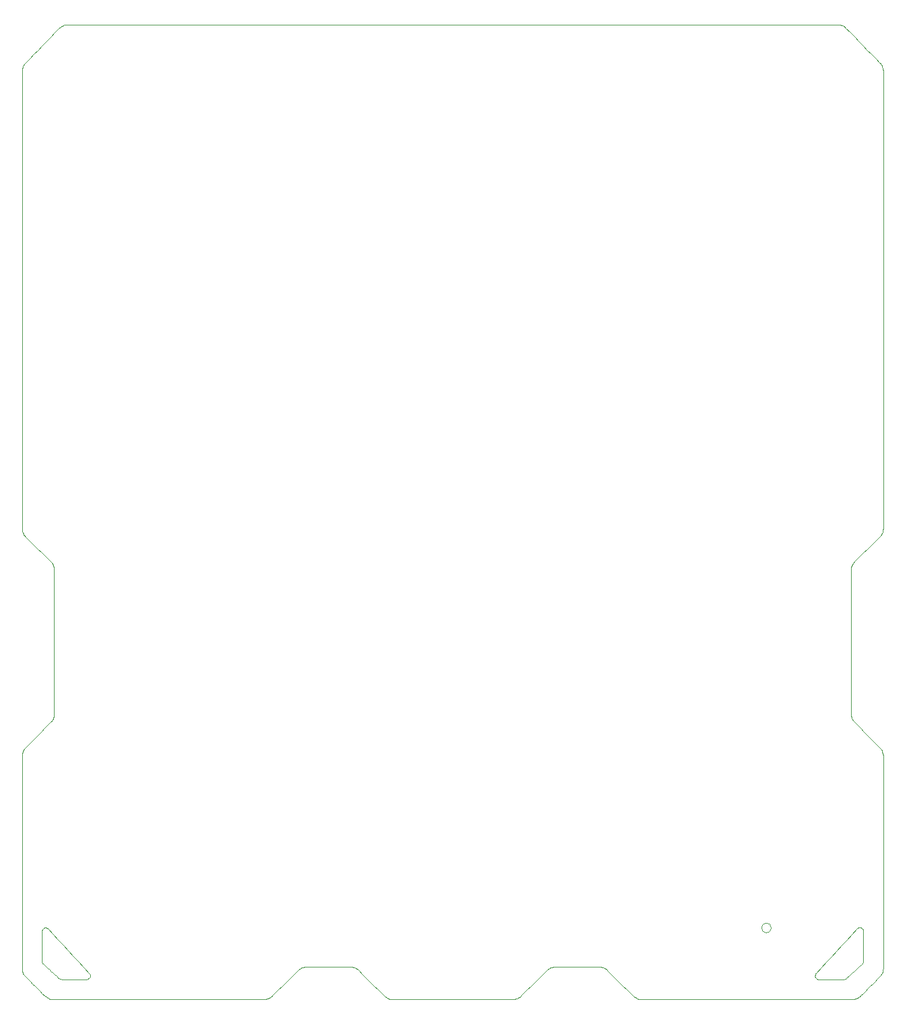
<source format=gbr>
%TF.GenerationSoftware,KiCad,Pcbnew,8.0.2*%
%TF.CreationDate,2024-05-22T21:58:49+02:00*%
%TF.ProjectId,why2025,77687932-3032-4352-9e6b-696361645f70,rev?*%
%TF.SameCoordinates,Original*%
%TF.FileFunction,Profile,NP*%
%FSLAX46Y46*%
G04 Gerber Fmt 4.6, Leading zero omitted, Abs format (unit mm)*
G04 Created by KiCad (PCBNEW 8.0.2) date 2024-05-22 21:58:49*
%MOMM*%
%LPD*%
G01*
G04 APERTURE LIST*
%TA.AperFunction,Profile*%
%ADD10C,0.100000*%
%TD*%
G04 APERTURE END LIST*
D10*
%TO.C,N1*%
X53936062Y-55557060D02*
X53255992Y-56295510D01*
X53255992Y-56295510D02*
X52575922Y-57033970D01*
X52575922Y-57033970D02*
X51895862Y-57772420D01*
X51895862Y-57772420D02*
X51215792Y-58510870D01*
X51215792Y-58510870D02*
X50535722Y-59249320D01*
X50535722Y-59249320D02*
X49855652Y-59987780D01*
X49855652Y-59987780D02*
X49175592Y-60726230D01*
X49175592Y-60726230D02*
X48495522Y-61464680D01*
X48495522Y-61464680D02*
X48458622Y-61504680D01*
X48458622Y-61504680D02*
X48387522Y-61637380D01*
X48387522Y-61637380D02*
X48360122Y-61777490D01*
X48360122Y-61777490D02*
X48374192Y-61916610D01*
X48374192Y-61916610D02*
X48423792Y-62046340D01*
X48423792Y-62046340D02*
X48506892Y-62158270D01*
X48506892Y-62158270D02*
X48619352Y-62243970D01*
X48619352Y-62243970D02*
X48757432Y-62295070D01*
X48757432Y-62295070D02*
X49260182Y-62303290D01*
X49260182Y-62303290D02*
X49657232Y-62303420D01*
X49657232Y-62303420D02*
X50054282Y-62303540D01*
X50054282Y-62303540D02*
X50451332Y-62303670D01*
X50451332Y-62303670D02*
X50848382Y-62303800D01*
X50848382Y-62303800D02*
X51245432Y-62303920D01*
X51245432Y-62303920D02*
X51642492Y-62304050D01*
X51642492Y-62304050D02*
X52039542Y-62304170D01*
X52039542Y-62304170D02*
X52067642Y-62304170D01*
X52067642Y-62304170D02*
X52151242Y-62297170D01*
X52151242Y-62297170D02*
X52233442Y-62283570D01*
X52233442Y-62283570D02*
X52313642Y-62261470D01*
X52313642Y-62261470D02*
X52391542Y-62233070D01*
X52391542Y-62233070D02*
X52466442Y-62197270D01*
X52466442Y-62197270D02*
X52537842Y-62154470D01*
X52537842Y-62154470D02*
X52605442Y-62105070D01*
X52605442Y-62105070D02*
X52880662Y-61854900D01*
X52880662Y-61854900D02*
X53113582Y-61641740D01*
X53113582Y-61641740D02*
X53346502Y-61428570D01*
X53346502Y-61428570D02*
X53579432Y-61215410D01*
X53579432Y-61215410D02*
X53812352Y-61002240D01*
X53812352Y-61002240D02*
X54045272Y-60789070D01*
X54045272Y-60789070D02*
X54278192Y-60575910D01*
X54278192Y-60575910D02*
X54511112Y-60362740D01*
X54511112Y-60362740D02*
X54534412Y-60341440D01*
X54534412Y-60341440D02*
X54597812Y-60272240D01*
X54597812Y-60272240D02*
X54653412Y-60197440D01*
X54653412Y-60197440D02*
X54700712Y-60117540D01*
X54700712Y-60117540D02*
X54739612Y-60033340D01*
X54739612Y-60033340D02*
X54770012Y-59945640D01*
X54770012Y-59945640D02*
X54789912Y-59854840D01*
X54789912Y-59854840D02*
X54801512Y-59761840D01*
X54801512Y-59761840D02*
X54803562Y-59223380D01*
X54803562Y-59223380D02*
X54803602Y-58747930D01*
X54803602Y-58747930D02*
X54803642Y-58272470D01*
X54803642Y-58272470D02*
X54803692Y-57797020D01*
X54803692Y-57797020D02*
X54803742Y-57321560D01*
X54803742Y-57321560D02*
X54803782Y-56846100D01*
X54803782Y-56846100D02*
X54803822Y-56370650D01*
X54803822Y-56370650D02*
X54803872Y-55895190D01*
X54803872Y-55895190D02*
X54803872Y-55838290D01*
X54803872Y-55838290D02*
X54763372Y-55687230D01*
X54763372Y-55687230D02*
X54683072Y-55563310D01*
X54683072Y-55563310D02*
X54572462Y-55470420D01*
X54572462Y-55470420D02*
X54441092Y-55412020D01*
X54441092Y-55412020D02*
X54298462Y-55392320D01*
X54298462Y-55392320D02*
X54153942Y-55414320D01*
X54153942Y-55414320D02*
X54017132Y-55481720D01*
X54017132Y-55481720D02*
X53936062Y-55557060D01*
X-54804436Y-55895140D02*
X-54804391Y-56370600D01*
X-54804391Y-56370600D02*
X-54804346Y-56846050D01*
X-54804346Y-56846050D02*
X-54804301Y-57321510D01*
X-54804301Y-57321510D02*
X-54804256Y-57796970D01*
X-54804256Y-57796970D02*
X-54804211Y-58272420D01*
X-54804211Y-58272420D02*
X-54804166Y-58747880D01*
X-54804166Y-58747880D02*
X-54804121Y-59223330D01*
X-54804121Y-59223330D02*
X-54804076Y-59698790D01*
X-54804076Y-59698790D02*
X-54804076Y-59730390D01*
X-54804076Y-59730390D02*
X-54795876Y-59823990D01*
X-54795876Y-59823990D02*
X-54778196Y-59915590D01*
X-54778196Y-59915590D02*
X-54751176Y-60004390D01*
X-54751176Y-60004390D02*
X-54715256Y-60089890D01*
X-54715256Y-60089890D02*
X-54670706Y-60171290D01*
X-54670706Y-60171290D02*
X-54617846Y-60247890D01*
X-54617846Y-60247890D02*
X-54556956Y-60319090D01*
X-54556956Y-60319090D02*
X-54278715Y-60575950D01*
X-54278715Y-60575950D02*
X-54045794Y-60789120D01*
X-54045794Y-60789120D02*
X-53812872Y-61002290D01*
X-53812872Y-61002290D02*
X-53579951Y-61215450D01*
X-53579951Y-61215450D02*
X-53347030Y-61428610D01*
X-53347030Y-61428610D02*
X-53114109Y-61641780D01*
X-53114109Y-61641780D02*
X-52881187Y-61854950D01*
X-52881187Y-61854950D02*
X-52648266Y-62068110D01*
X-52648266Y-62068110D02*
X-52627496Y-62087110D01*
X-52627496Y-62087110D02*
X-52561386Y-62138710D01*
X-52561386Y-62138710D02*
X-52491176Y-62183710D01*
X-52491176Y-62183710D02*
X-52417386Y-62221910D01*
X-52417386Y-62221910D02*
X-52340516Y-62253110D01*
X-52340516Y-62253110D02*
X-52261076Y-62277510D01*
X-52261076Y-62277510D02*
X-52179566Y-62293610D01*
X-52179566Y-62293610D02*
X-52096486Y-62303210D01*
X-52096486Y-62303210D02*
X-51643331Y-62304080D01*
X-51643331Y-62304080D02*
X-51246236Y-62303960D01*
X-51246236Y-62303960D02*
X-50849141Y-62303840D01*
X-50849141Y-62303840D02*
X-50452046Y-62303710D01*
X-50452046Y-62303710D02*
X-50054951Y-62303580D01*
X-50054951Y-62303580D02*
X-49657856Y-62303460D01*
X-49657856Y-62303460D02*
X-49260761Y-62303330D01*
X-49260761Y-62303330D02*
X-48863666Y-62303210D01*
X-48863666Y-62303210D02*
X-48809206Y-62303210D01*
X-48809206Y-62303210D02*
X-48663367Y-62265510D01*
X-48663367Y-62265510D02*
X-48541993Y-62190410D01*
X-48541993Y-62190410D02*
X-48448752Y-62086310D01*
X-48448752Y-62086310D02*
X-48387312Y-61961580D01*
X-48387312Y-61961580D02*
X-48361302Y-61824650D01*
X-48361302Y-61824650D02*
X-48374523Y-61683930D01*
X-48374523Y-61683930D02*
X-48430493Y-61547820D01*
X-48430493Y-61547820D02*
X-49176141Y-60726050D01*
X-49176141Y-60726050D02*
X-49856208Y-59987590D01*
X-49856208Y-59987590D02*
X-50536274Y-59249140D01*
X-50536274Y-59249140D02*
X-51216340Y-58510690D01*
X-51216340Y-58510690D02*
X-51896406Y-57772240D01*
X-51896406Y-57772240D02*
X-52576472Y-57033790D01*
X-52576472Y-57033790D02*
X-53256539Y-56295330D01*
X-53256539Y-56295330D02*
X-53936605Y-55556880D01*
X-53936605Y-55556880D02*
X-53975185Y-55514980D01*
X-53975185Y-55514980D02*
X-54107350Y-55431330D01*
X-54107350Y-55431330D02*
X-54250349Y-55394330D01*
X-54250349Y-55394330D02*
X-54394675Y-55400330D01*
X-54394675Y-55400330D02*
X-54530870Y-55446830D01*
X-54530870Y-55446830D02*
X-54649435Y-55528630D01*
X-54649435Y-55528630D02*
X-54740873Y-55642620D01*
X-54740873Y-55642620D02*
X-54795703Y-55785040D01*
X-54795703Y-55785040D02*
X-54804436Y-55895140D01*
X-57450278Y58738821D02*
X-57450278Y58790821D01*
X-57450278Y58790821D02*
X-57438278Y58945401D01*
X-57438278Y58945401D02*
X-57410978Y59097051D01*
X-57410978Y59097051D02*
X-57369578Y59244801D01*
X-57369578Y59244801D02*
X-57314278Y59387731D01*
X-57314278Y59387731D02*
X-57245478Y59524961D01*
X-57245478Y59524961D02*
X-57163678Y59655191D01*
X-57163678Y59655191D02*
X-57069178Y59777621D01*
X-57069178Y59777621D02*
X-56438518Y60430351D01*
X-56438518Y60430351D02*
X-55878358Y61006741D01*
X-55878358Y61006741D02*
X-55318188Y61583131D01*
X-55318188Y61583131D02*
X-54758018Y62159531D01*
X-54758018Y62159531D02*
X-54197858Y62735921D01*
X-54197858Y62735921D02*
X-53637688Y63312311D01*
X-53637688Y63312311D02*
X-53077518Y63888711D01*
X-53077518Y63888711D02*
X-52517348Y64465101D01*
X-52517348Y64465101D02*
X-52479648Y64503901D01*
X-52479648Y64503901D02*
X-52358278Y64609481D01*
X-52358278Y64609481D02*
X-52227768Y64701681D01*
X-52227768Y64701681D02*
X-52089408Y64780181D01*
X-52089408Y64780181D02*
X-51944018Y64844481D01*
X-51944018Y64844481D02*
X-51792988Y64894081D01*
X-51792988Y64894081D02*
X-51637218Y64928481D01*
X-51637218Y64928481D02*
X-51477838Y64946981D01*
X-51477838Y64946981D02*
X51368562Y64949981D01*
X51368562Y64949981D02*
X51422662Y64949981D01*
X51422662Y64949981D02*
X51582992Y64936981D01*
X51582992Y64936981D02*
X51740172Y64907281D01*
X51740172Y64907281D02*
X51893002Y64862681D01*
X51893002Y64862681D02*
X52040372Y64803281D01*
X52040372Y64803281D02*
X52181292Y64729381D01*
X52181292Y64729381D02*
X52314562Y64641681D01*
X52314562Y64641681D02*
X52439082Y64540481D01*
X52439082Y64540481D02*
X53076272Y63888711D01*
X53076272Y63888711D02*
X53636392Y63312311D01*
X53636392Y63312311D02*
X54196522Y62735921D01*
X54196522Y62735921D02*
X54756642Y62159531D01*
X54756642Y62159531D02*
X55316762Y61583131D01*
X55316762Y61583131D02*
X55876892Y61006741D01*
X55876892Y61006741D02*
X56437012Y60430351D01*
X56437012Y60430351D02*
X56997132Y59853951D01*
X56997132Y59853951D02*
X57033332Y59816551D01*
X57033332Y59816551D02*
X57132022Y59696921D01*
X57132022Y59696921D02*
X57218122Y59569191D01*
X57218122Y59569191D02*
X57291322Y59434261D01*
X57291322Y59434261D02*
X57351122Y59293131D01*
X57351122Y59293131D02*
X57397222Y59146801D01*
X57397222Y59146801D02*
X57429322Y58996251D01*
X57429322Y58996251D02*
X57446722Y58842601D01*
X57446722Y58842601D02*
X57449722Y-2174916D01*
X57449722Y-2174916D02*
X57449722Y-2228536D01*
X57449722Y-2228536D02*
X57436722Y-2387664D01*
X57436722Y-2387664D02*
X57407522Y-2543677D01*
X57407522Y-2543677D02*
X57363622Y-2695492D01*
X57363622Y-2695492D02*
X57305122Y-2842020D01*
X57305122Y-2842020D02*
X57232322Y-2982158D01*
X57232322Y-2982158D02*
X57145722Y-3114826D01*
X57145722Y-3114826D02*
X57045822Y-3238922D01*
X57045822Y-3238922D02*
X56551942Y-3728061D01*
X56551942Y-3728061D02*
X56132532Y-4140326D01*
X56132532Y-4140326D02*
X55713122Y-4552591D01*
X55713122Y-4552591D02*
X55293722Y-4964856D01*
X55293722Y-4964856D02*
X54874312Y-5377121D01*
X54874312Y-5377121D02*
X54454902Y-5789386D01*
X54454902Y-5789386D02*
X54035492Y-6201651D01*
X54035492Y-6201651D02*
X53616082Y-6613916D01*
X53616082Y-6613916D02*
X53577882Y-6651526D01*
X53577882Y-6651526D02*
X53473722Y-6772611D01*
X53473722Y-6772611D02*
X53382722Y-6902575D01*
X53382722Y-6902575D02*
X53305422Y-7040350D01*
X53305422Y-7040350D02*
X53242122Y-7184837D01*
X53242122Y-7184837D02*
X53193222Y-7334966D01*
X53193222Y-7334966D02*
X53159322Y-7489659D01*
X53159322Y-7489659D02*
X53141122Y-7647835D01*
X53141122Y-7647835D02*
X53138122Y-10482740D01*
X53138122Y-10482740D02*
X53138122Y-13210680D01*
X53138122Y-13210680D02*
X53137722Y-15938620D01*
X53137722Y-15938620D02*
X53137312Y-18666570D01*
X53137312Y-18666570D02*
X53137312Y-21394510D01*
X53137312Y-21394510D02*
X53137312Y-24122460D01*
X53137312Y-24122460D02*
X53137312Y-26850400D01*
X53137312Y-26850400D02*
X53137312Y-26902800D01*
X53137312Y-26902800D02*
X53150312Y-27058320D01*
X53150312Y-27058320D02*
X53177912Y-27210960D01*
X53177912Y-27210960D02*
X53219912Y-27359620D01*
X53219912Y-27359620D02*
X53276012Y-27503370D01*
X53276012Y-27503370D02*
X53345712Y-27641200D01*
X53345712Y-27641200D02*
X53428512Y-27771980D01*
X53428512Y-27771980D02*
X53524212Y-27894810D01*
X53524212Y-27894810D02*
X54020042Y-28403670D01*
X54020042Y-28403670D02*
X54444522Y-28836180D01*
X54444522Y-28836180D02*
X54869002Y-29268680D01*
X54869002Y-29268680D02*
X55293482Y-29701190D01*
X55293482Y-29701190D02*
X55717962Y-30133690D01*
X55717962Y-30133690D02*
X56142442Y-30566200D01*
X56142442Y-30566200D02*
X56566922Y-30998700D01*
X56566922Y-30998700D02*
X56991402Y-31431210D01*
X56991402Y-31431210D02*
X57028102Y-31468610D01*
X57028102Y-31468610D02*
X57128052Y-31588460D01*
X57128052Y-31588460D02*
X57215352Y-31716740D01*
X57215352Y-31716740D02*
X57289452Y-31852200D01*
X57289452Y-31852200D02*
X57349952Y-31994090D01*
X57349952Y-31994090D02*
X57396652Y-32141210D01*
X57396652Y-32141210D02*
X57429052Y-32292680D01*
X57429052Y-32292680D02*
X57446652Y-32447370D01*
X57446652Y-32447370D02*
X57449652Y-36851030D01*
X57449652Y-36851030D02*
X57449722Y-56496970D01*
X57449722Y-56496970D02*
X57449722Y-60796010D01*
X57449722Y-60796010D02*
X57449722Y-60849010D01*
X57449722Y-60849010D02*
X57436722Y-61006220D01*
X57436722Y-61006220D02*
X57408422Y-61160400D01*
X57408422Y-61160400D02*
X57365522Y-61310570D01*
X57365522Y-61310570D02*
X57308222Y-61455600D01*
X57308222Y-61455600D02*
X57237122Y-61594520D01*
X57237122Y-61594520D02*
X57152622Y-61726280D01*
X57152622Y-61726280D02*
X57054922Y-61849630D01*
X57054922Y-61849630D02*
X56663542Y-62245490D01*
X56663542Y-62245490D02*
X56344932Y-62564660D01*
X56344932Y-62564660D02*
X56026332Y-62883840D01*
X56026332Y-62883840D02*
X55707732Y-63203020D01*
X55707732Y-63203020D02*
X55389132Y-63522190D01*
X55389132Y-63522190D02*
X55070522Y-63841370D01*
X55070522Y-63841370D02*
X54751922Y-64160540D01*
X54751922Y-64160540D02*
X54433322Y-64479720D01*
X54433322Y-64479720D02*
X54395822Y-64517320D01*
X54395822Y-64517320D02*
X54275202Y-64619720D01*
X54275202Y-64619720D02*
X54146012Y-64709220D01*
X54146012Y-64709220D02*
X54009172Y-64785320D01*
X54009172Y-64785320D02*
X53865842Y-64847620D01*
X53865842Y-64847620D02*
X53716962Y-64895620D01*
X53716962Y-64895620D02*
X53563672Y-64929020D01*
X53563672Y-64929020D02*
X53406902Y-64947020D01*
X53406902Y-64947020D02*
X49785172Y-64950020D01*
X49785172Y-64950020D02*
X46269432Y-64950020D01*
X46269432Y-64950020D02*
X42753702Y-64950020D01*
X42753702Y-64950020D02*
X39237962Y-64950020D01*
X39237962Y-64950020D02*
X35722222Y-64950020D01*
X35722222Y-64950020D02*
X32206482Y-64950020D01*
X32206482Y-64950020D02*
X28690742Y-64950020D01*
X28690742Y-64950020D02*
X25175002Y-64950020D01*
X25175002Y-64950020D02*
X25121802Y-64950020D01*
X25121802Y-64950020D02*
X24963952Y-64937020D01*
X24963952Y-64937020D02*
X24809172Y-64908320D01*
X24809172Y-64908320D02*
X24658442Y-64864920D01*
X24658442Y-64864920D02*
X24512922Y-64807220D01*
X24512922Y-64807220D02*
X24373572Y-64735420D01*
X24373572Y-64735420D02*
X24241562Y-64650120D01*
X24241562Y-64650120D02*
X24117942Y-64551820D01*
X24117942Y-64551820D02*
X23621722Y-64057310D01*
X23621722Y-64057310D02*
X23202272Y-63636050D01*
X23202272Y-63636050D02*
X22782822Y-63214790D01*
X22782822Y-63214790D02*
X22363362Y-62793530D01*
X22363362Y-62793530D02*
X21943912Y-62372260D01*
X21943912Y-62372260D02*
X21524462Y-61951000D01*
X21524462Y-61951000D02*
X21105012Y-61529740D01*
X21105012Y-61529740D02*
X20685552Y-61108480D01*
X20685552Y-61108480D02*
X20648052Y-61070780D01*
X20648052Y-61070780D02*
X20527502Y-60968150D01*
X20527502Y-60968150D02*
X20398272Y-60878450D01*
X20398272Y-60878450D02*
X20261312Y-60802250D01*
X20261312Y-60802250D02*
X20117712Y-60739950D01*
X20117712Y-60739950D02*
X19968612Y-60691850D01*
X19968612Y-60691850D02*
X19815102Y-60658450D01*
X19815102Y-60658450D02*
X19658132Y-60640450D01*
X19658132Y-60640450D02*
X18812342Y-60637450D01*
X18812342Y-60637450D02*
X18072612Y-60637450D01*
X18072612Y-60637450D02*
X17332882Y-60637450D01*
X17332882Y-60637450D02*
X16593152Y-60637450D01*
X16593152Y-60637450D02*
X15853422Y-60637450D01*
X15853422Y-60637450D02*
X15113692Y-60637450D01*
X15113692Y-60637450D02*
X14373952Y-60637450D01*
X14373952Y-60637450D02*
X13634222Y-60637450D01*
X13634222Y-60637450D02*
X13580822Y-60637450D01*
X13580822Y-60637450D02*
X13422192Y-60650450D01*
X13422192Y-60650450D02*
X13266702Y-60679350D01*
X13266702Y-60679350D02*
X13115312Y-60723050D01*
X13115312Y-60723050D02*
X12969222Y-60781250D01*
X12969222Y-60781250D02*
X12829492Y-60853550D01*
X12829492Y-60853550D02*
X12697112Y-60939550D01*
X12697112Y-60939550D02*
X12573272Y-61038750D01*
X12573272Y-61038750D02*
X12081042Y-61532940D01*
X12081042Y-61532940D02*
X11665552Y-61953180D01*
X11665552Y-61953180D02*
X11250072Y-62373430D01*
X11250072Y-62373430D02*
X10834582Y-62793680D01*
X10834582Y-62793680D02*
X10419102Y-63213920D01*
X10419102Y-63213920D02*
X10003612Y-63634170D01*
X10003612Y-63634170D02*
X9588132Y-64054410D01*
X9588132Y-64054410D02*
X9172642Y-64474660D01*
X9172642Y-64474660D02*
X9135042Y-64512660D01*
X9135042Y-64512660D02*
X9014082Y-64616080D01*
X9014082Y-64616080D02*
X8884302Y-64706480D01*
X8884302Y-64706480D02*
X8746852Y-64783380D01*
X8746852Y-64783380D02*
X8602712Y-64846380D01*
X8602712Y-64846380D02*
X8453032Y-64894980D01*
X8453032Y-64894980D02*
X8298872Y-64928680D01*
X8298872Y-64928680D02*
X8141202Y-64946880D01*
X8141202Y-64946880D02*
X7263372Y-64949880D01*
X7263372Y-64949880D02*
X6492152Y-64949880D01*
X6492152Y-64949880D02*
X5720932Y-64949880D01*
X5720932Y-64949880D02*
X-4949358Y-64949880D01*
X-4949358Y-64949880D02*
X-5720578Y-64949880D01*
X-5720578Y-64949880D02*
X-6491788Y-64949880D01*
X-6491788Y-64949880D02*
X-7263018Y-64949880D01*
X-7263018Y-64949880D02*
X-8034238Y-64949880D01*
X-8034238Y-64949880D02*
X-8087638Y-64949880D01*
X-8087638Y-64949880D02*
X-8246248Y-64936880D01*
X-8246248Y-64936880D02*
X-8401708Y-64907880D01*
X-8401708Y-64907880D02*
X-8553058Y-64864180D01*
X-8553058Y-64864180D02*
X-8699108Y-64805980D01*
X-8699108Y-64805980D02*
X-8838818Y-64733580D01*
X-8838818Y-64733580D02*
X-8971198Y-64647680D01*
X-8971198Y-64647680D02*
X-9095098Y-64548580D01*
X-9095098Y-64548580D02*
X-9587428Y-64054410D01*
X-9587428Y-64054410D02*
X-10002908Y-63634170D01*
X-10002908Y-63634170D02*
X-10418388Y-63213920D01*
X-10418388Y-63213920D02*
X-10833878Y-62793680D01*
X-10833878Y-62793680D02*
X-11249358Y-62373430D01*
X-11249358Y-62373430D02*
X-11664848Y-61953180D01*
X-11664848Y-61953180D02*
X-12080328Y-61532940D01*
X-12080328Y-61532940D02*
X-12495808Y-61112690D01*
X-12495808Y-61112690D02*
X-12533408Y-61074690D01*
X-12533408Y-61074690D02*
X-12654268Y-60971150D01*
X-12654268Y-60971150D02*
X-12784008Y-60880750D01*
X-12784008Y-60880750D02*
X-12921448Y-60803750D01*
X-12921448Y-60803750D02*
X-13065608Y-60740850D01*
X-13065608Y-60740850D02*
X-13215338Y-60692250D01*
X-13215338Y-60692250D02*
X-13369538Y-60658550D01*
X-13369538Y-60658550D02*
X-13527238Y-60640450D01*
X-13527238Y-60640450D02*
X-14374518Y-60637450D01*
X-14374518Y-60637450D02*
X-15114258Y-60637450D01*
X-15114258Y-60637450D02*
X-15853988Y-60637450D01*
X-15853988Y-60637450D02*
X-16593718Y-60637450D01*
X-16593718Y-60637450D02*
X-17333448Y-60637450D01*
X-17333448Y-60637450D02*
X-18073178Y-60637450D01*
X-18073178Y-60637450D02*
X-18812908Y-60637450D01*
X-18812908Y-60637450D02*
X-19552638Y-60637450D01*
X-19552638Y-60637450D02*
X-19605838Y-60637450D01*
X-19605838Y-60637450D02*
X-19763678Y-60650450D01*
X-19763678Y-60650450D02*
X-19918418Y-60679050D01*
X-19918418Y-60679050D02*
X-20068988Y-60722250D01*
X-20068988Y-60722250D02*
X-20214538Y-60779950D01*
X-20214538Y-60779950D02*
X-20353728Y-60851550D01*
X-20353728Y-60851550D02*
X-20485688Y-60936750D01*
X-20485688Y-60936750D02*
X-20609368Y-61035150D01*
X-20609368Y-61035150D02*
X-21105568Y-61529740D01*
X-21105568Y-61529740D02*
X-21525018Y-61951000D01*
X-21525018Y-61951000D02*
X-21944468Y-62372260D01*
X-21944468Y-62372260D02*
X-22363918Y-62793530D01*
X-22363918Y-62793530D02*
X-22783378Y-63214790D01*
X-22783378Y-63214790D02*
X-23202828Y-63636050D01*
X-23202828Y-63636050D02*
X-23622278Y-64057310D01*
X-23622278Y-64057310D02*
X-24041728Y-64478570D01*
X-24041728Y-64478570D02*
X-24079228Y-64516270D01*
X-24079228Y-64516270D02*
X-24199878Y-64618820D01*
X-24199878Y-64618820D02*
X-24329168Y-64708520D01*
X-24329168Y-64708520D02*
X-24466148Y-64784820D01*
X-24466148Y-64784820D02*
X-24609758Y-64847220D01*
X-24609758Y-64847220D02*
X-24758848Y-64895520D01*
X-24758848Y-64895520D02*
X-24912388Y-64928920D01*
X-24912388Y-64928920D02*
X-25069408Y-64947020D01*
X-25069408Y-64947020D02*
X-28691288Y-64950020D01*
X-28691288Y-64950020D02*
X-32207028Y-64950020D01*
X-32207028Y-64950020D02*
X-35722768Y-64950020D01*
X-35722768Y-64950020D02*
X-39238508Y-64950020D01*
X-39238508Y-64950020D02*
X-42754248Y-64950020D01*
X-42754248Y-64950020D02*
X-46269988Y-64950020D01*
X-46269988Y-64950020D02*
X-49785718Y-64950020D01*
X-49785718Y-64950020D02*
X-53301458Y-64950020D01*
X-53301458Y-64950020D02*
X-53354558Y-64950020D01*
X-53354558Y-64950020D02*
X-53512158Y-64937020D01*
X-53512158Y-64937020D02*
X-53666678Y-64908420D01*
X-53666678Y-64908420D02*
X-53817168Y-64865220D01*
X-53817168Y-64865220D02*
X-53962478Y-64807620D01*
X-53962478Y-64807620D02*
X-54101648Y-64736120D01*
X-54101648Y-64736120D02*
X-54233518Y-64651020D01*
X-54233518Y-64651020D02*
X-54357148Y-64552920D01*
X-54357148Y-64552920D02*
X-54752488Y-64160540D01*
X-54752488Y-64160540D02*
X-55071088Y-63841370D01*
X-55071088Y-63841370D02*
X-55389688Y-63522190D01*
X-55389688Y-63522190D02*
X-55708288Y-63203020D01*
X-55708288Y-63203020D02*
X-56026898Y-62883840D01*
X-56026898Y-62883840D02*
X-56345498Y-62564660D01*
X-56345498Y-62564660D02*
X-56664098Y-62245490D01*
X-56664098Y-62245490D02*
X-56982698Y-61926310D01*
X-56982698Y-61926310D02*
X-57020098Y-61888810D01*
X-57020098Y-61888810D02*
X-57121878Y-61768430D01*
X-57121878Y-61768430D02*
X-57210878Y-61639280D01*
X-57210878Y-61639280D02*
X-57286578Y-61502720D01*
X-57286578Y-61502720D02*
X-57348478Y-61359600D01*
X-57348478Y-61359600D02*
X-57396178Y-61210970D01*
X-57396178Y-61210970D02*
X-57429278Y-61058000D01*
X-57429278Y-61058000D02*
X-57447278Y-60901720D01*
X-57447278Y-60901720D02*
X-57450278Y-56496970D01*
X-57450278Y-56496970D02*
X-57450208Y-36851030D01*
X-57450208Y-36851030D02*
X-57450208Y-32551980D01*
X-57450208Y-32551980D02*
X-57450208Y-32499580D01*
X-57450208Y-32499580D02*
X-57437208Y-32343970D01*
X-57437208Y-32343970D02*
X-57409608Y-32191280D01*
X-57409608Y-32191280D02*
X-57367608Y-32042630D01*
X-57367608Y-32042630D02*
X-57311508Y-31898890D01*
X-57311508Y-31898890D02*
X-57241808Y-31761200D01*
X-57241808Y-31761200D02*
X-57158808Y-31630350D01*
X-57158808Y-31630350D02*
X-57063108Y-31507560D01*
X-57063108Y-31507560D02*
X-56567208Y-30998710D01*
X-56567208Y-30998710D02*
X-56142778Y-30566200D01*
X-56142778Y-30566200D02*
X-55718338Y-30133700D01*
X-55718338Y-30133700D02*
X-55293908Y-29701190D01*
X-55293908Y-29701190D02*
X-54869468Y-29268690D01*
X-54869468Y-29268690D02*
X-54445038Y-28836180D01*
X-54445038Y-28836180D02*
X-54020598Y-28403680D01*
X-54020598Y-28403680D02*
X-53596168Y-27971170D01*
X-53596168Y-27971170D02*
X-53559468Y-27933770D01*
X-53559468Y-27933770D02*
X-53459498Y-27813810D01*
X-53459498Y-27813810D02*
X-53372198Y-27685580D01*
X-53372198Y-27685580D02*
X-53297998Y-27550010D01*
X-53297998Y-27550010D02*
X-53237298Y-27408170D01*
X-53237298Y-27408170D02*
X-53190598Y-27261030D01*
X-53190598Y-27261030D02*
X-53158198Y-27109570D01*
X-53158198Y-27109570D02*
X-53140598Y-26954930D01*
X-53140598Y-26954930D02*
X-53137598Y-24122470D01*
X-53137598Y-24122470D02*
X-53137598Y-21394520D01*
X-53137598Y-21394520D02*
X-53137598Y-18666570D01*
X-53137598Y-18666570D02*
X-53137968Y-15938630D01*
X-53137968Y-15938630D02*
X-53138338Y-13210680D01*
X-53138338Y-13210680D02*
X-53138338Y-10482740D01*
X-53138338Y-10482740D02*
X-53138338Y-7754795D01*
X-53138338Y-7754795D02*
X-53138338Y-7701175D01*
X-53138338Y-7701175D02*
X-53151338Y-7542074D01*
X-53151338Y-7542074D02*
X-53180538Y-7386098D01*
X-53180538Y-7386098D02*
X-53224438Y-7234325D01*
X-53224438Y-7234325D02*
X-53282938Y-7087836D01*
X-53282938Y-7087836D02*
X-53355738Y-6947719D01*
X-53355738Y-6947719D02*
X-53442338Y-6815024D01*
X-53442338Y-6815024D02*
X-53542238Y-6690870D01*
X-53542238Y-6690870D02*
X-54036048Y-6201650D01*
X-54036048Y-6201650D02*
X-54455458Y-5789385D01*
X-54455458Y-5789385D02*
X-54874868Y-5377120D01*
X-54874868Y-5377120D02*
X-55294278Y-4964855D01*
X-55294278Y-4964855D02*
X-55713678Y-4552590D01*
X-55713678Y-4552590D02*
X-56133088Y-4140325D01*
X-56133088Y-4140325D02*
X-56552498Y-3728060D01*
X-56552498Y-3728060D02*
X-56971908Y-3315795D01*
X-56971908Y-3315795D02*
X-57010208Y-3278225D01*
X-57010208Y-3278225D02*
X-57114378Y-3157221D01*
X-57114378Y-3157221D02*
X-57205478Y-3027285D01*
X-57205478Y-3027285D02*
X-57282878Y-2889517D01*
X-57282878Y-2889517D02*
X-57346278Y-2744999D01*
X-57346278Y-2744999D02*
X-57395178Y-2594831D01*
X-57395178Y-2594831D02*
X-57429078Y-2440096D01*
X-57429078Y-2440096D02*
X-57447278Y-2281883D01*
X-57447278Y-2281883D02*
X-57450278Y58738821D01*
%TO.C,U2*%
X42525000Y-55450000D02*
G75*
G02*
X41225000Y-55450000I-650000J0D01*
G01*
X41225000Y-55450000D02*
G75*
G02*
X42525000Y-55450000I650000J0D01*
G01*
%TD*%
M02*

</source>
